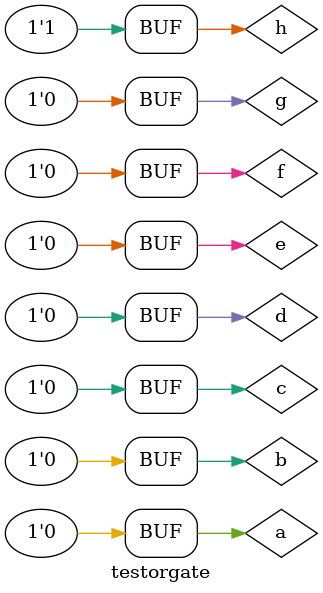
<source format=v>

module orgate(output s, input a, input b, input c, input d, input e, input f, input g, input h);
 assign s = a | b | c | d | e | f | g | h;
endmodule

// ----------------
// -- test orgate
// ----------------
module testorgate;

// ---------------- Dados locais
 reg a, b, c ,d, e, f, g, h; //Definir registradores
 wire s; //Definir conexão (fio)

// ---------------- Intância
 orgate OR1(s, a, b, c, d, e, f, g, h);
 
// ---------------- Preparação
 initial begin: start
   a = 0; b = 0; c = 0; d = 0; e = 0; f = 0; g = 0; h = 1;
 end

// ---------------- Parte principal
 initial begin:main
   $display("Extra02 - Josemar Alves Caetano - 448662");
	$display("Teste de circuito que retorna 1 quando alguma entrada é igual a 1.");
	$display("\t( a | b | c | d | e | f | g | h )= s\n");
	
	$monitor("\t( %b | %b | %b | %b | %b | %b | %b | %b ) = %b", a, b, c, d, e, f, g, h, s);
   
 end //main

endmodule //testorgate
 
 
</source>
